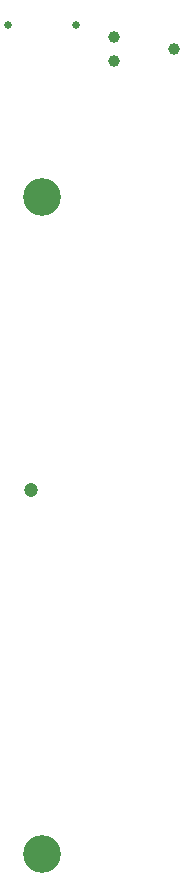
<source format=gbr>
%TF.GenerationSoftware,KiCad,Pcbnew,(6.99.0-3809-g2741d0eb4b)*%
%TF.CreationDate,2022-10-14T22:06:42-04:00*%
%TF.ProjectId,ButterflyBadge,42757474-6572-4666-9c79-42616467652e,rev?*%
%TF.SameCoordinates,Original*%
%TF.FileFunction,NonPlated,1,4,NPTH,Drill*%
%TF.FilePolarity,Positive*%
%FSLAX46Y46*%
G04 Gerber Fmt 4.6, Leading zero omitted, Abs format (unit mm)*
G04 Created by KiCad (PCBNEW (6.99.0-3809-g2741d0eb4b)) date 2022-10-14 22:06:42*
%MOMM*%
%LPD*%
G01*
G04 APERTURE LIST*
%TA.AperFunction,ComponentDrill*%
%ADD10C,0.650000*%
%TD*%
%TA.AperFunction,ComponentDrill*%
%ADD11C,0.990600*%
%TD*%
%TA.AperFunction,ComponentDrill*%
%ADD12C,1.200000*%
%TD*%
%TA.AperFunction,ComponentDrill*%
%ADD13C,3.200000*%
%TD*%
G04 APERTURE END LIST*
D10*
%TO.C,J1*%
X192410000Y-53200000D03*
X198190000Y-53200000D03*
D11*
%TO.C,P1*%
X201360000Y-54184000D03*
X201360000Y-56216000D03*
X206440000Y-55200000D03*
D12*
%TO.C,M1*%
X194350000Y-92525000D03*
D13*
%TO.C,BT1*%
X195300000Y-67745000D03*
X195300000Y-123355000D03*
M02*

</source>
